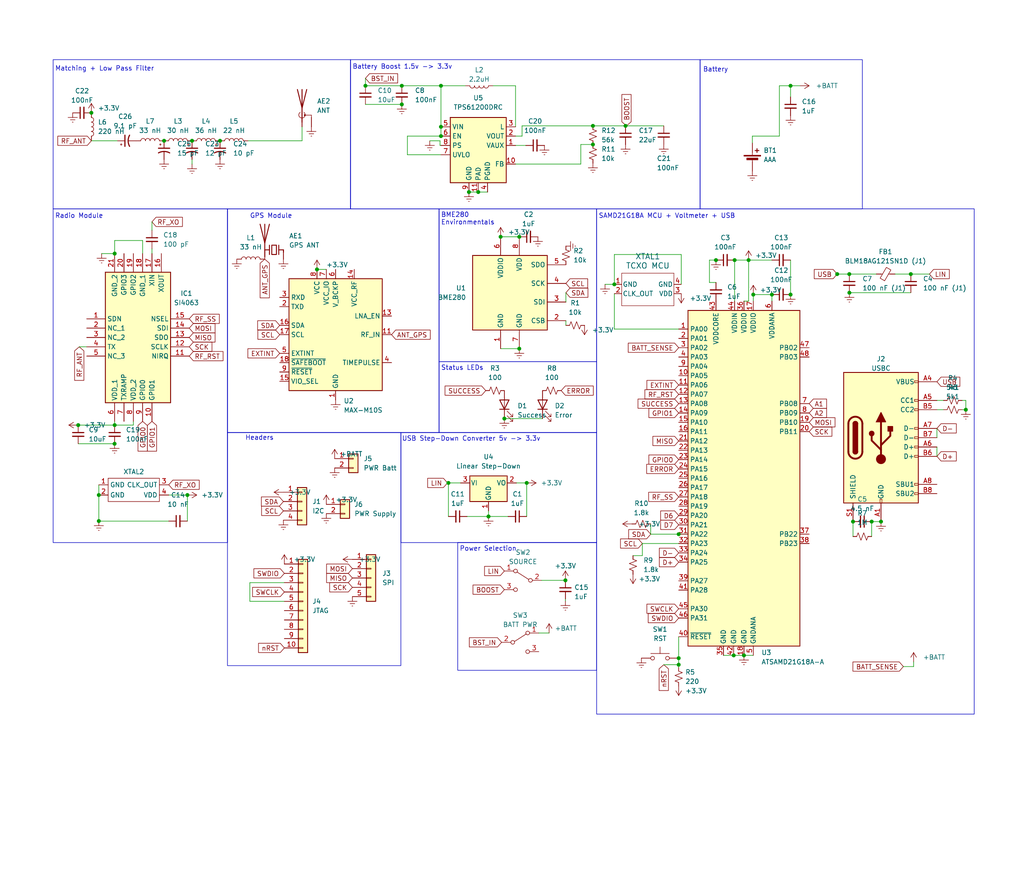
<source format=kicad_sch>
(kicad_sch (version 20230121) (generator eeschema)
  (paper "User" 278.994 240.005)
  (title_block (title "Tiny4FSK") (date "2024-01-25") (company "New England Weather Balloon Society") (comment 1 "The lightweight, tiny Horus Binary and LoRa HAB tracker"))
  (lib_symbols
    (symbol "+3.3V_1" (power) (pin_numbers hide) (pin_names (offset 0) hide)
      (property "Value" "+3.3V_1" (at 0 3.556 0))
      (symbol "+3.3V_1_1_1"
        (pin power_in line (at 0 0 90) (length 0) hide (name "+3.3V") (number "1"))
      )
    )
    (symbol "+3.3V_10" (power) (pin_numbers hide) (pin_names (offset 0) hide)
      (property "Value" "+3.3V_10" (at 0 3.556 0))
      (symbol "+3.3V_10_1_1"
        (pin power_in line (at 0 0 90) (length 0) hide (name "+3.3V") (number "1"))
      )
    )
    (symbol "+3.3V_12" (power) (pin_numbers hide) (pin_names (offset 0) hide)
      (property "Value" "+3.3V_12" (at 0 3.556 0))
      (symbol "+3.3V_12_1_1"
        (pin power_in line (at 0 0 90) (length 0) hide (name "+3.3V") (number "1"))
      )
    )
    (symbol "+3.3V_2" (power) (pin_numbers hide) (pin_names (offset 0) hide)
      (property "Value" "+3.3V_2" (at 0 3.556 0))
      (symbol "+3.3V_2_1_1"
        (pin power_in line (at 0 0 90) (length 0) hide (name "+3.3V") (number "1"))
      )
    )
    (symbol "+3.3V_3" (power) (pin_numbers hide) (pin_names (offset 0) hide)
      (property "Value" "+3.3V_3" (at 0 3.556 0))
      (symbol "+3.3V_3_1_1"
        (pin power_in line (at 0 0 90) (length 0) hide (name "+3.3V") (number "1"))
      )
    )
    (symbol "+3.3V_5" (power) (pin_numbers hide) (pin_names (offset 0) hide)
      (property "Value" "+3.3V_5" (at 0 3.556 0))
      (symbol "+3.3V_5_1_1"
        (pin power_in line (at 0 0 90) (length 0) hide (name "+3.3V") (number "1"))
      )
    )
    (symbol "+3.3V_6" (power) (pin_numbers hide) (pin_names (offset 0) hide)
      (property "Value" "+3.3V_6" (at 0 3.556 0))
      (symbol "+3.3V_6_1_1"
        (pin power_in line (at 0 0 90) (length 0) hide (name "+3.3V") (number "1"))
      )
    )
    (symbol "+3.3V_7" (power) (pin_numbers hide) (pin_names (offset 0) hide)
      (property "Value" "+3.3V_7" (at 0 3.556 0))
      (symbol "+3.3V_7_1_1"
        (pin power_in line (at 0 0 90) (length 0) hide (name "+3.3V") (number "1"))
      )
    )
    (symbol "+3.3V_8" (power) (pin_numbers hide) (pin_names (offset 0) hide)
      (property "Value" "+3.3V_8" (at 0 3.556 0))
      (symbol "+3.3V_8_1_1"
        (pin power_in line (at 0 0 90) (length 0) hide (name "+3.3V") (number "1"))
      )
    )
    (symbol "+3.3V_9" (power) (pin_numbers hide) (pin_names (offset 0) hide)
      (property "Value" "+3.3V_9" (at 0 3.556 0))
      (symbol "+3.3V_9_1_1"
        (pin power_in line (at 0 0 90) (length 0) hide (name "+3.3V") (number "1"))
      )
    )
    (symbol "+BATT_1" (power) (pin_numbers hide) (pin_names (offset 0) hide)
      (property "Value" "+BATT_1" (at 0 3.556 0))
      (symbol "+BATT_1_1_1"
        (pin power_in line (at 0 0 90) (length 0) hide (name "+BATT") (number "1"))
      )
    )
    (symbol "Battery_Cell_1" (pin_numbers hide) (pin_names (offset 0) hide)
      (property "Reference" "BT2" (at 3.048 3.1115 0))
      (property "Value" "AAA" (at 3.048 0.5715 0))
      (symbol "Battery_Cell_1_1_1"
        (pin passive line (at 0 5.08 270) (length 2.54) (name "+") (number "+"))
        (pin passive line (at 0 -2.54 90) (length 2.54) (name "-") (number "-"))
      )
    )
    (symbol "Connector:USB_C_Receptacle_USB2.0" (pin_names (offset 1.016))
      (property "Reference" "J" (at -10.16 19.05 0))
      (property "Value" "USB_C_Receptacle_USB2.0" (at 19.05 19.05 0))
      (symbol "USB_C_Receptacle_USB2.0_1_1"
        (pin passive line (at 0 -22.86 90) (length 5.08) (name "GND") (number "A1"))
        (pin passive line (at 0 -22.86 90) (length 5.08) hide (name "GND") (number "A12"))
        (pin passive line (at 15.24 15.24 180) (length 5.08) (name "VBUS") (number "A4"))
        (pin bidirectional line (at 15.24 10.16 180) (length 5.08) (name "CC1") (number "A5"))
        (pin bidirectional line (at 15.24 -2.54 180) (length 5.08) (name "D+") (number "A6"))
        (pin bidirectional line (at 15.24 2.54 180) (length 5.08) (name "D-") (number "A7"))
        (pin bidirectional line (at 15.24 -12.7 180) (length 5.08) (name "SBU1") (number "A8"))
        (pin passive line (at 15.24 15.24 180) (length 5.08) hide (name "VBUS") (number "A9"))
        (pin passive line (at 0 -22.86 90) (length 5.08) hide (name "GND") (number "B1"))
        (pin passive line (at 0 -22.86 90) (length 5.08) hide (name "GND") (number "B12"))
        (pin passive line (at 15.24 15.24 180) (length 5.08) hide (name "VBUS") (number "B4"))
        (pin bidirectional line (at 15.24 7.62 180) (length 5.08) (name "CC2") (number "B5"))
        (pin bidirectional line (at 15.24 -5.08 180) (length 5.08) (name "D+") (number "B6"))
        (pin bidirectional line (at 15.24 0 180) (length 5.08) (name "D-") (number "B7"))
        (pin bidirectional line (at 15.24 -15.24 180) (length 5.08) (name "SBU2") (number "B8"))
        (pin passive line (at 15.24 15.24 180) (length 5.08) hide (name "VBUS") (number "B9"))
        (pin passive line (at -7.62 -22.86 90) (length 5.08) (name "SHIELD") (number "S1"))
      )
    )
    (symbol "Connector_Generic:Conn_01x02" (pin_names (offset 1.016) hide)
      (property "Reference" "J" (at 0 2.54 0))
      (property "Value" "Conn_01x02" (at 0 -5.08 0))
      (symbol "Conn_01x02_1_1"
        (pin passive line (at -5.08 0 0) (length 3.81) (name "Pin_1") (number "1"))
        (pin passive line (at -5.08 -2.54 0) (length 3.81) (name "Pin_2") (number "2"))
      )
    )
    (symbol "Connector_Generic:Conn_01x04" (pin_names (offset 1.016) hide)
      (property "Reference" "J" (at 0 5.08 0))
      (property "Value" "Conn_01x04" (at 0 -7.62 0))
      (symbol "Conn_01x04_1_1"
        (pin passive line (at -5.08 2.54 0) (length 3.81) (name "Pin_1") (number "1"))
        (pin passive line (at -5.08 0 0) (length 3.81) (name "Pin_2") (number "2"))
        (pin passive line (at -5.08 -2.54 0) (length 3.81) (name "Pin_3") (number "3"))
        (pin passive line (at -5.08 -5.08 0) (length 3.81) (name "Pin_4") (number "4"))
      )
    )
    (symbol "Connector_Generic:Conn_01x05" (pin_names (offset 1.016) hide)
      (property "Reference" "J" (at 0 7.62 0))
      (property "Value" "Conn_01x05" (at 0 -7.62 0))
      (symbol "Conn_01x05_1_1"
        (pin passive line (at -5.08 5.08 0) (length 3.81) (name "Pin_1") (number "1"))
        (pin passive line (at -5.08 2.54 0) (length 3.81) (name "Pin_2") (number "2"))
        (pin passive line (at -5.08 0 0) (length 3.81) (name "Pin_3") (number "3"))
        (pin passive line (at -5.08 -2.54 0) (length 3.81) (name "Pin_4") (number "4"))
        (pin passive line (at -5.08 -5.08 0) (length 3.81) (name "Pin_5") (number "5"))
      )
    )
    (symbol "Connector_Generic:Conn_01x10" (pin_names (offset 1.016) hide)
      (property "Reference" "J" (at 0 12.7 0))
      (property "Value" "Conn_01x10" (at 0 -15.24 0))
      (symbol "Conn_01x10_1_1"
        (pin passive line (at -5.08 10.16 0) (length 3.81) (name "Pin_1") (number "1"))
        (pin passive line (at -5.08 -12.7 0) (length 3.81) (name "Pin_10") (number "10"))
        (pin passive line (at -5.08 7.62 0) (length 3.81) (name "Pin_2") (number "2"))
        (pin passive line (at -5.08 5.08 0) (length 3.81) (name "Pin_3") (number "3"))
        (pin passive line (at -5.08 2.54 0) (length 3.81) (name "Pin_4") (number "4"))
        (pin passive line (at -5.08 0 0) (length 3.81) (name "Pin_5") (number "5"))
        (pin passive line (at -5.08 -2.54 0) (length 3.81) (name "Pin_6") (number "6"))
        (pin passive line (at -5.08 -5.08 0) (length 3.81) (name "Pin_7") (number "7"))
        (pin passive line (at -5.08 -7.62 0) (length 3.81) (name "Pin_8") (number "8"))
        (pin passive line (at -5.08 -10.16 0) (length 3.81) (name "Pin_9") (number "9"))
      )
    )
    (symbol "Device:Antenna_Chip" (pin_numbers hide) (pin_names (offset 1.016) hide)
      (property "Reference" "AE" (at 0 5.08 0))
      (property "Value" "Antenna_Chip" (at 0 3.175 0))
      (symbol "Antenna_Chip_1_1"
        (pin input line (at -2.54 -2.54 90) (length 2.54) (name "FEED") (number "1"))
        (pin passive line (at 2.54 -2.54 90) (length 2.54) (name "PCB_Trace") (number "2"))
      )
    )
    (symbol "Device:Antenna_Shield" (pin_numbers hide) (pin_names (offset 1.016) hide)
      (property "Reference" "AE2" (at 4.064 1.905 0))
      (property "Value" "ANT" (at 4.064 -0.635 0))
      (symbol "Antenna_Shield_1_1"
        (pin input line (at 0 -5.08 90) (length 2.54) (name "RF") (number "1"))
        (pin input line (at 2.54 -5.08 90) (length 2.54) (name "Shield") (number "2"))
      )
    )
    (symbol "Device:C_Polarized_Small_US" (pin_numbers hide) (pin_names (offset 0.254) hide)
      (property "Reference" "C" (at 0.254 1.778 0))
      (property "Value" "C_Polarized_Small_US" (at 0.254 -2.032 0))
      (symbol "C_Polarized_Small_US_1_1"
        (pin passive line (at 0 2.54 270) (length 2.032) (name "~") (number "1"))
        (pin passive line (at 0 -2.54 90) (length 2.032) (name "~") (number "2"))
      )
    )
    (symbol "Device:C_Small" (pin_numbers hide) (pin_names (offset 0.254) hide)
      (property "Reference" "C" (at 0.254 1.778 0))
      (property "Value" "C_Small" (at 0.254 -2.032 0))
      (symbol "C_Small_1_1"
        (pin passive line (at 0 2.54 270) (length 2.032) (name "~") (number "1"))
        (pin passive line (at 0 -2.54 90) (length 2.032) (name "~") (number "2"))
      )
    )
    (symbol "Device:FerriteBead_Small" (pin_numbers hide) (pin_names (offset 0))
      (property "Reference" "FB" (at 1.905 1.27 0))
      (property "Value" "FerriteBead_Small" (at 1.905 -1.27 0))
      (symbol "FerriteBead_Small_1_1"
        (pin passive line (at 0 2.54 270) (length 1.27) (name "~") (number "1"))
        (pin passive line (at 0 -2.54 90) (length 1.27) (name "~") (number "2"))
      )
    )
    (symbol "Device:L" (pin_numbers hide) (pin_names (offset 1.016) hide)
      (property "Reference" "L" (at -1.27 0 90))
      (property "Value" "L" (at 1.905 0 90))
      (symbol "L_1_1"
        (pin passive line (at 0 3.81 270) (length 1.27) (name "1") (number "1"))
        (pin passive line (at 0 -3.81 90) (length 1.27) (name "2") (number "2"))
      )
    )
    (symbol "Device:LED" (pin_numbers hide) (pin_names (offset 1.016) hide)
      (property "Reference" "D" (at 0 2.54 0))
      (property "Value" "LED" (at 0 -2.54 0))
      (symbol "LED_1_1"
        (pin passive line (at -3.81 0 0) (length 2.54) (name "K") (number "1"))
        (pin passive line (at 3.81 0 180) (length 2.54) (name "A") (number "2"))
      )
    )
    (symbol "Device:R_Small_US" (pin_numbers hide) (pin_names (offset 0.254) hide)
      (property "Reference" "R" (at 0.762 0.508 0))
      (property "Value" "R_Small_US" (at 0.762 -1.016 0))
      (symbol "R_Small_US_1_1"
        (pin passive line (at 0 2.54 270) (length 1.016) (name "~") (number "1"))
        (pin passive line (at 0 -2.54 90) (length 1.016) (name "~") (number "2"))
      )
    )
    (symbol "Earth_1" (power) (pin_numbers hide) (pin_names (offset 0) hide)
      (symbol "Earth_1_1_1"
        (pin power_in line (at 0 0 270) (length 0) hide (name "Earth") (number "1"))
      )
    )
    (symbol "Earth_2" (power) (pin_numbers hide) (pin_names (offset 0) hide)
      (symbol "Earth_2_1_1"
        (pin power_in line (at 0 0 270) (length 0) hide (name "Earth") (number "1"))
      )
    )
    (symbol "Earth_3" (power) (pin_numbers hide) (pin_names (offset 0) hide)
      (symbol "Earth_3_1_1"
        (pin power_in line (at 0 0 270) (length 0) hide (name "Earth") (number "1"))
      )
    )
    (symbol "Earth_4" (power) (pin_numbers hide) (pin_names (offset 0) hide)
      (symbol "Earth_4_1_1"
        (pin power_in line (at 0 0 270) (length 0) hide (name "Earth") (number "1"))
      )
    )
    (symbol "MCU_Microchip_SAMD:ATSAMD21G18A-A"
      (property "Reference" "U4" (at 4.7341 -47.498 0))
      (property "Value" "ATSAMD21G18A-A" (at 4.7341 -50.038 0))
      (symbol "ATSAMD21G18A-A_1_1"
        (pin bidirectional line (at -17.78 40.64 0) (length 2.54) (name "PA00") (number "1"))
        (pin bidirectional line (at -17.78 27.94 0) (length 2.54) (name "PA05") (number "10"))
        (pin bidirectional line (at -17.78 25.4 0) (length 2.54) (name "PA06") (number "11"))
        (pin bidirectional line (at -17.78 22.86 0) (length 2.54) (name "PA07") (number "12"))
        (pin bidirectional line (at -17.78 20.32 0) (length 2.54) (name "PA08") (number "13"))
        (pin bidirectional line (at -17.78 17.78 0) (length 2.54) (name "PA09") (number "14"))
        (pin bidirectional line (at -17.78 15.24 0) (length 2.54) (name "PA10") (number "15"))
        (pin bidirectional line (at -17.78 12.7 0) (length 2.54) (name "PA11") (number "16"))
        (pin power_in line (at 2.54 48.26 270) (length 2.54) (name "VDDIO") (number "17"))
        (pin power_in line (at 0 -48.26 90) (length 2.54) (name "GND") (number "18"))
        (pin bidirectional line (at 17.78 15.24 180) (length 2.54) (name "PB10") (number "19"))
        (pin bidirectional line (at -17.78 38.1 0) (length 2.54) (name "PA01") (number "2"))
        (pin bidirectional line (at 17.78 12.7 180) (length 2.54) (name "PB11") (number "20"))
        (pin bidirectional line (at -17.78 10.16 0) (length 2.54) (name "PA12") (number "21"))
        (pin bidirectional line (at -17.78 7.62 0) (length 2.54) (name "PA13") (number "22"))
        (pin bidirectional line (at -17.78 5.08 0) (length 2.54) (name "PA14") (number "23"))
        (pin bidirectional line (at -17.78 2.54 0) (length 2.54) (name "PA15") (number "24"))
        (pin bidirectional line (at -17.78 0 0) (length 2.54) (name "PA16") (number "25"))
        (pin bidirectional line (at -17.78 -2.54 0) (length 2.54) (name "PA17") (number "26"))
        (pin bidirectional line (at -17.78 -5.08 0) (length 2.54) (name "PA18") (number "27"))
        (pin bidirectional line (at -17.78 -7.62 0) (length 2.54) (name "PA19") (number "28"))
        (pin bidirectional line (at -17.78 -10.16 0) (length 2.54) (name "PA20") (number "29"))
        (pin bidirectional line (at -17.78 35.56 0) (length 2.54) (name "PA02") (number "3"))
        (pin bidirectional line (at -17.78 -12.7 0) (length 2.54) (name "PA21") (number "30"))
        (pin bidirectional line (at -17.78 -15.24 0) (length 2.54) (name "PA22") (number "31"))
        (pin bidirectional line (at -17.78 -17.78 0) (length 2.54) (name "PA23") (number "32"))
        (pin bidirectional line (at -17.78 -20.32 0) (length 2.54) (name "PA24") (number "33"))
        (pin bidirectional line (at -17.78 -22.86 0) (length 2.54) (name "PA25") (number "34"))
        (pin power_in line (at -5.588 -48.26 90) (length 2.54) (name "GND") (number "35"))
        (pin power_in line (at 0 48.26 270) (length 2.54) (name "VDDIO") (number "36"))
        (pin bidirectional line (at 17.78 -15.24 180) (length 2.54) (name "PB22") (number "37"))
        (pin bidirectional line (at 17.78 -17.78 180) (length 2.54) (name "PB23") (number "38"))
        (pin bidirectional line (at -17.78 -27.94 0) (length 2.54) (name "PA27") (number "39"))
        (pin bidirectional line (at -17.78 33.02 0) (length 2.54) (name "PA03") (number "4"))
        (pin input line (at -17.78 -43.18 0) (length 2.54) (name "~{RESET}") (number "40"))
        (pin bidirectional line (at -17.78 -30.48 0) (length 2.54) (name "PA28") (number "41"))
        (pin power_in line (at -2.794 -48.26 90) (length 2.54) (name "GND") (number "42"))
        (pin power_out line (at -7.62 48.26 270) (length 2.54) (name "VDDCORE") (number "43"))
        (pin power_in line (at -2.54 48.26 270) (length 2.54) (name "VDDIN") (number "44"))
        (pin bidirectional line (at -17.78 -35.56 0) (length 2.54) (name "PA30") (number "45"))
        (pin bidirectional line (at -17.78 -38.1 0) (length 2.54) (name "PA31") (number "46"))
        (pin bidirectional line (at 17.78 35.56 180) (length 2.54) (name "PB02") (number "47"))
        (pin bidirectional line (at 17.78 33.02 180) (length 2.54) (name "PB03") (number "48"))
        (pin power_in line (at 2.54 -48.26 90) (length 2.54) (name "GNDANA") (number "5"))
        (pin power_in line (at 7.62 48.26 270) (length 2.54) (name "VDDANA") (number "6"))
        (pin bidirectional line (at 17.78 20.32 180) (length 2.54) (name "PB08") (number "7"))
        (pin bidirectional line (at 17.78 17.78 180) (length 2.54) (name "PB09") (number "8"))
        (pin bidirectional line (at -17.78 30.48 0) (length 2.54) (name "PA04") (number "9"))
      )
    )
    (symbol "RF_GPS:MAX-M10S"
      (property "Reference" "U" (at -10.16 16.51 0))
      (property "Value" "MAX-M10S" (at 11.43 16.51 0))
      (symbol "MAX-M10S_1_1"
        (pin power_in line (at 0 -17.78 90) (length 2.54) (name "GND") (number "1"))
        (pin passive line (at 0 -17.78 90) (length 2.54) hide (name "GND") (number "10"))
        (pin input line (at 15.24 0 180) (length 2.54) (name "RF_IN") (number "11"))
        (pin passive line (at 0 -17.78 90) (length 2.54) hide (name "GND") (number "12"))
        (pin output line (at 15.24 5.08 180) (length 2.54) (name "LNA_EN") (number "13"))
        (pin power_out line (at 5.08 17.78 270) (length 2.54) (name "VCC_RF") (number "14"))
        (pin input line (at -15.24 -12.7 0) (length 2.54) (name "VIO_SEL") (number "15"))
        (pin bidirectional line (at -15.24 2.54 0) (length 2.54) (name "SDA") (number "16"))
        (pin input line (at -15.24 0 0) (length 2.54) (name "SCL") (number "17"))
        (pin input line (at -15.24 -7.62 0) (length 2.54) (name "~{SAFEBOOT}") (number "18"))
        (pin output line (at -15.24 7.62 0) (length 2.54) (name "TXD") (number "2"))
        (pin input line (at -15.24 10.16 0) (length 2.54) (name "RXD") (number "3"))
        (pin output line (at 15.24 -7.62 180) (length 2.54) (name "TIMEPULSE") (number "4"))
        (pin input line (at -15.24 -5.08 0) (length 2.54) (name "EXTINT") (number "5"))
        (pin power_in line (at 0 17.78 270) (length 2.54) (name "V_BCKP") (number "6"))
        (pin power_in line (at -2.54 17.78 270) (length 2.54) (name "VCC_IO") (number "7"))
        (pin power_in line (at -5.08 17.78 270) (length 2.54) (name "VCC") (number "8"))
        (pin input line (at -15.24 -10.16 0) (length 2.54) (name "~{RESET}") (number "9"))
      )
    )
    (symbol "Regulator_Linear:MCP1700x-330xxTT" (pin_names (offset 0.254))
      (property "Reference" "U" (at -3.81 3.175 0))
      (property "Value" "MCP1700x-330xxTT" (at 0 3.175 0))
      (symbol "MCP1700x-330xxTT_1_1"
        (pin power_in line (at 0 -7.62 90) (length 2.54) (name "GND") (number "1"))
        (pin power_out line (at 7.62 0 180) (length 2.54) (name "VO") (number "2"))
        (pin power_in line (at -7.62 0 0) (length 2.54) (name "VI") (number "3"))
      )
    )
    (symbol "Regulator_Switching:TPS61200DRC"
      (property "Reference" "U" (at -10.16 8.89 0))
      (property "Value" "TPS61200DRC" (at -2.54 8.89 0))
      (symbol "TPS61200DRC_1_1"
        (pin bidirectional line (at 10.16 0 180) (length 2.54) (name "VAUX") (number "1"))
        (pin input line (at 10.16 -5.08 180) (length 2.54) (name "FB") (number "10"))
        (pin power_in line (at 0 -12.7 90) (length 2.54) (name "PAD") (number "11"))
        (pin power_out line (at 10.16 2.54 180) (length 2.54) (name "VOUT") (number "2"))
        (pin input line (at 10.16 5.08 180) (length 2.54) (name "L") (number "3"))
        (pin power_in line (at 2.54 -12.7 90) (length 2.54) (name "PGND") (number "4"))
        (pin power_in line (at -10.16 5.08 0) (length 2.54) (name "VIN") (number "5"))
        (pin input line (at -10.16 2.54 0) (length 2.54) (name "EN") (number "6"))
        (pin input line (at -10.16 -2.54 0) (length 2.54) (name "UVLO") (number "7"))
        (pin input line (at -10.16 0 0) (length 2.54) (name "PS") (number "8"))
        (pin power_in line (at -2.54 -12.7 90) (length 2.54) (name "GND") (number "9"))
      )
    )
    (symbol "SI4063:SI4063-C2A-GMR"
      (property "Reference" "IC" (at 24.13 17.78 0))
      (property "Value" "SI4063-C2A-GMR" (at 24.13 15.24 0))
      (symbol "SI4063-C2A-GMR_1_1"
        (pin passive line (at 0 0 0) (length 5.08) (name "SDN") (number "1"))
        (pin passive line (at 17.78 -27.94 90) (length 5.08) (name "GPIO1") (number "10"))
        (pin passive line (at 27.94 -10.16 180) (length 5.08) (name "NIRQ") (number "11"))
        (pin passive line (at 27.94 -7.62 180) (length 5.08) (name "SCLK") (number "12"))
        (pin passive line (at 27.94 -5.08 180) (length 5.08) (name "SDO") (number "13"))
        (pin passive line (at 27.94 -2.54 180) (length 5.08) (name "SDI") (number "14"))
        (pin passive line (at 27.94 0 180) (length 5.08) (name "NSEL") (number "15"))
        (pin passive line (at 20.32 17.78 270) (length 5.08) (name "XOUT") (number "16"))
        (pin passive line (at 17.78 17.78 270) (length 5.08) (name "XIN") (number "17"))
        (pin passive line (at 15.24 17.78 270) (length 5.08) (name "GND_1") (number "18"))
        (pin passive line (at 12.7 17.78 270) (length 5.08) (name "GPIO2") (number "19"))
        (pin passive line (at 0 -2.54 0) (length 5.08) (name "NC_1") (number "2"))
        (pin passive line (at 10.16 17.78 270) (length 5.08) (name "GPIO3") (number "20"))
        (pin passive line (at 7.62 17.78 270) (length 5.08) (name "GND_2") (number "21"))
        (pin passive line (at 0 -5.08 0) (length 5.08) (name "NC_2") (number "3"))
        (pin passive line (at 0 -7.62 0) (length 5.08) (name "TX") (number "4"))
        (pin passive line (at 0 -10.16 0) (length 5.08) (name "NC_3") (number "5"))
        (pin passive line (at 7.62 -27.94 90) (length 5.08) (name "VDD_1") (number "6"))
        (pin passive line (at 10.16 -27.94 90) (length 5.08) (name "TXRAMP") (number "7"))
        (pin passive line (at 12.7 -27.94 90) (length 5.08) (name "VDD_2") (number "8"))
        (pin passive line (at 15.24 -27.94 90) (length 5.08) (name "GPIO0") (number "9"))
      )
    )
    (symbol "Sensor:BME280"
      (property "Reference" "U" (at -8.89 11.43 0))
      (property "Value" "BME280" (at 7.62 11.43 0))
      (symbol "BME280_1_1"
        (pin power_in line (at -2.54 -15.24 90) (length 5.08) (name "GND") (number "1"))
        (pin input line (at 15.24 -7.62 180) (length 5.08) (name "CSB") (number "2"))
        (pin bidirectional line (at 15.24 -2.54 180) (length 5.08) (name "SDI") (number "3"))
        (pin input line (at 15.24 2.54 180) (length 5.08) (name "SCK") (number "4"))
        (pin bidirectional line (at 15.24 7.62 180) (length 5.08) (name "SDO") (number "5"))
        (pin power_in line (at -2.54 15.24 270) (length 5.08) (name "VDDIO") (number "6"))
        (pin power_in line (at 2.54 -15.24 90) (length 5.08) (name "GND") (number "7"))
        (pin power_in line (at 2.54 15.24 270) (length 5.08) (name "VDD") (number "8"))
      )
    )
    (symbol "Switch:SW_Push" (pin_numbers hide) (pin_names (offset 1.016) hide)
      (property "Reference" "SW" (at 1.27 2.54 0))
      (property "Value" "SW_Push" (at 0 -1.524 0))
      (symbol "SW_Push_0_1"
        (pin passive line (at -5.08 0 0) (length 2.54) (name "1") (number "1"))
        (pin passive line (at 5.08 0 180) (length 2.54) (name "2") (number "2"))
      )
    )
    (symbol "Switch:SW_SPDT" (pin_names (offset 0) hide)
      (property "Reference" "SW" (at 0 4.318 0))
      (property "Value" "SW_SPDT" (at 0 -5.08 0))
      (symbol "SW_SPDT_1_1"
        (pin passive line (at 5.08 2.54 180) (length 2.54) (name "A") (number "1"))
        (pin passive line (at -5.08 0 0) (length 2.54) (name "B") (number "2"))
        (pin passive line (at 5.08 -2.54 180) (length 2.54) (name "C") (number "3"))
      )
    )
    (symbol "TCXO:20CSMV4"
      (property "Reference" "XTAL" (at 0 0.508 0))
      (symbol "20CSMV4_1_1"
        (pin power_out line (at -11.684 -2.032 0) (length 2.54) (name "GND") (number "1"))
        (pin power_out line (at -11.684 -4.826 0) (length 2.54) (name "GND") (number "2"))
        (pin power_out line (at 7.366 -2.032 180) (length 2.54) (name "CLK_OUT") (number "3"))
        (pin power_in line (at 7.366 -4.826 180) (length 2.54) (name "VDD") (number "4"))
      )
    )
    (symbol "TCXO:SIT1552AI-JF-DCC-32.768D" (pin_names (offset 0.254))
      (property "Reference" "XTAL1" (at 22.86 9.398 0))
      (property "Value" "SIT1552AI-JF-DCC-32.768D" (at 22.86 6.858 0))
      (symbol "SIT1552AI-JF-DCC-32.768D_1_1"
        (pin power_out line (at 21.876 0 0) (length 2) (name "GND") (number "1"))
        (pin output line (at 21.876 -2.54 0) (length 2) (name "CLK_OUT") (number "2"))
        (pin power_in line (at 40.1 -2.54 180) (length 2) (name "VDD") (number "3"))
        (pin power_out line (at 40.1 0 180) (length 2) (name "GND") (number "4"))
      )
    )
    (symbol "power:+3.3V" (power) (pin_names (offset 0))
      (property "Value" "+3.3V" (at 0 3.556 0))
      (symbol "+3.3V_1_1"
        (pin power_in line (at 0 0 90) (length 0) hide (name "+3.3V") (number "1"))
      )
    )
    (symbol "power:+BATT" (power) (pin_names (offset 0))
      (property "Value" "+BATT" (at 0 3.556 0))
      (symbol "+BATT_1_1"
        (pin power_in line (at 0 0 90) (length 0) hide (name "+BATT") (number "1"))
      )
    )
  )
  (junction (at 237.49 142.113))
  (junction (at 210.312 80.264))
  (junction (at 136.398 64.516))
  (junction (at 205.232 80.264))
  (junction (at 31.242 69.088))
  (junction (at 231.394 74.676))
  (junction (at 127.762 52.324))
  (junction (at 263.144 111.633))
  (junction (at 31.242 115.824))
  (junction (at 31.2166 120.904))
  (junction (at 51.054 134.874))
  (junction (at 86.36 73.406))
  (junction (at 232.41 142.113))
  (junction (at 199.898 178.562))
  (junction (at 228.092 74.676))
  (junction (at 141.478 64.516))
  (junction (at 161.544 39.37))
  (junction (at 109.474 23.368))
  (junction (at 130.302 52.324))
  (junction (at 26.924 134.874))
  (junction (at 195.072 70.866))
  (junction (at 184.912 181.102))
  (junction (at 21.3106 115.824))
  (junction (at 44.704 38.354))
  (junction (at 184.912 179.324))
  (junction (at 122.174 131.572))
  (junction (at 137.414 114.046))
  (junction (at 109.474 28.448))
  (junction (at 24.892 30.734))
  (junction (at 202.692 178.562))
  (junction (at 99.568 23.368))
  (junction (at 141.478 94.996))
  (junction (at 248.158 74.676))
  (junction (at 154.051 158.115))
  (junction (at 26.924 141.9591))
  (junction (at 215.392 23.368))
  (junction (at 170.434 34.29))
  (junction (at 231.4213 79.756))
  (junction (at 120.142 37.084))
  (junction (at 59.944 38.354))
  (junction (at 133.096 140.716))
  (junction (at 184.912 145.542))
  (junction (at 120.142 34.544))
  (junction (at 120.142 23.368))
  (junction (at 200.152 70.866))
  (junction (at 161.544 34.29))
  (junction (at 203.962 70.866))
  (junction (at 240.03 142.113))
  (junction (at 52.324 38.354))
  (junction (at 143.51 131.572))
  (junction (at 215.392 80.264))
  (junction (at 167.386 77.47))
  (wire (pts (xy 147.574 158.115) (xy 154.051 158.115)))
  (wire (pts (xy 161.544 34.29) (xy 170.434 34.29)))
  (wire (pts (xy 31.2166 120.904) (xy 31.242 120.904)))
  (wire (pts (xy 136.398 94.996) (xy 141.478 94.996)))
  (wire (pts (xy 52.324 44.704) (xy 52.324 43.434)))
  (wire (pts (xy 127.762 52.324) (xy 130.302 52.324)))
  (wire (pts (xy 205.232 82.042) (xy 205.232 80.264)))
  (wire (pts (xy 215.392 23.368) (xy 212.344 23.368)))
  (wire (pts (xy 193.294 70.866) (xy 195.072 70.866)))
  (wire (pts (xy 195.072 76.962) (xy 193.294 76.962)))
  (wire (pts (xy 232.41 146.177) (xy 232.41 142.113)))
  (wire (pts (xy 193.294 76.962) (xy 193.294 70.866)))
  (wire (pts (xy 45.974 134.874) (xy 51.054 134.874)))
  (wire (pts (xy 120.142 23.368) (xy 126.746 23.368)))
  (wire (pts (xy 154.051 163.703) (xy 154.051 163.195)))
  (wire (pts (xy 202.692 178.562) (xy 205.232 178.562)))
  (wire (pts (xy 204.978 37.084) (xy 212.344 37.084)))
  (wire (pts (xy 110.998 37.084) (xy 110.998 42.164)))
  (wire (pts (xy 237.49 142.113) (xy 237.49 146.177)))
  (wire (pts (xy 110.998 37.084) (xy 120.142 37.084)))
  (wire (pts (xy 180.848 181.102) (xy 184.912 181.102)))
  (wire (pts (xy 227.838 74.676) (xy 228.092 74.676)))
  (wire (pts (xy 140.716 131.572) (xy 143.51 131.572)))
  (wire (pts (xy 140.462 34.544) (xy 140.462 23.368)))
  (wire (pts (xy 142.24 37.084) (xy 142.24 34.29)))
  (wire (pts (xy 215.392 70.866) (xy 215.392 80.264)))
  (wire (pts (xy 184.912 181.102) (xy 184.912 181.864)))
  (wire (pts (xy 119.888 38.354) (xy 119.888 39.624)))
  (wire (pts (xy 237.49 142.113) (xy 240.03 142.113)))
  (wire (pts (xy 217.932 23.368) (xy 215.392 23.368)))
  (wire (pts (xy 99.568 28.448) (xy 109.474 28.448)))
  (wire (pts (xy 158.242 39.37) (xy 161.544 39.37)))
  (wire (pts (xy 185.61 77.47) (xy 185.61 69.342)))
  (wire (pts (xy 185.61 69.342) (xy 167.386 69.342)))
  (wire (pts (xy 263.144 111.633) (xy 263.144 109.093)))
  (wire (pts (xy 41.402 60.452) (xy 41.402 62.738)))
  (wire (pts (xy 27.686 69.088) (xy 31.242 69.088)))
  (wire (pts (xy 177.292 142.748) (xy 177.292 145.542)))
  (wire (pts (xy 68.072 158.75) (xy 68.072 163.83)))
  (wire (pts (xy 263.144 109.093) (xy 262.128 109.093)))
  (wire (pts (xy 21.3106 115.824) (xy 31.242 115.824)))
  (wire (pts (xy 248.158 74.676) (xy 253.238 74.676)))
  (wire (pts (xy 140.462 39.624) (xy 143.256 39.624)))
  (wire (pts (xy 120.142 23.368) (xy 120.142 34.544)))
  (wire (pts (xy 122.174 131.572) (xy 125.476 131.572)))
  (wire (pts (xy 38.862 65.532) (xy 31.242 65.532)))
  (wire (pts (xy 26.924 134.874) (xy 26.924 141.9591)))
  (wire (pts (xy 246.126 181.61) (xy 248.92 181.61)))
  (wire (pts (xy 243.84 74.676) (xy 248.158 74.676)))
  (wire (pts (xy 154.178 88.646) (xy 154.178 87.376)))
  (wire (pts (xy 110.998 42.164) (xy 120.142 42.164)))
  (wire (pts (xy 231.4213 79.756) (xy 231.394 79.756)))
  (wire (pts (xy 205.232 80.264) (xy 210.312 80.264)))
  (wire (pts (xy 82.296 34.544) (xy 82.296 38.354)))
  (wire (pts (xy 140.462 23.368) (xy 134.366 23.368)))
  (wire (pts (xy 26.924 141.9591) (xy 26.924 141.986)))
  (wire (pts (xy 24.892 38.354) (xy 32.004 38.354)))
  (wire (pts (xy 210.312 80.264) (xy 210.312 82.042)))
  (wire (pts (xy 203.962 70.866) (xy 210.312 70.866)))
  (wire (pts (xy 204.978 37.084) (xy 204.978 38.989)))
  (wire (pts (xy 99.568 21.336) (xy 99.568 23.368)))
  (wire (pts (xy 26.924 132.08) (xy 26.924 134.874)))
  (wire (pts (xy 167.386 89.662) (xy 184.912 89.662)))
  (wire (pts (xy 154.178 79.756) (xy 154.178 82.296)))
  (wire (pts (xy 177.292 145.542) (xy 184.912 145.542)))
  (wire (pts (xy 147.828 114.046) (xy 137.414 114.046)))
  (wire (pts (xy 228.092 74.93) (xy 228.092 74.676)))
  (wire (pts (xy 167.386 69.342) (xy 167.386 77.47)))
  (wire (pts (xy 31.242 115.824) (xy 36.322 115.824)))
  (wire (pts (xy 184.912 179.324) (xy 184.912 181.102)))
  (wire (pts (xy 184.912 179.324) (xy 184.912 173.482)))
  (wire (pts (xy 228.092 74.93) (xy 227.838 74.93)))
  (wire (pts (xy 136.398 64.516) (xy 141.478 64.516)))
  (wire (pts (xy 67.564 38.354) (xy 82.296 38.354)))
  (wire (pts (xy 26.924 141.986) (xy 45.974 141.986)))
  (wire (pts (xy 200.152 70.866) (xy 200.152 82.042)))
  (wire (pts (xy 31.242 115.824) (xy 31.242 114.808)))
  (wire (pts (xy 197.104 178.562) (xy 199.898 178.562)))
  (wire (pts (xy 175.006 148.082) (xy 184.912 148.082)))
  (wire (pts (xy 51.054 134.874) (xy 51.054 141.986)))
  (wire (pts (xy 21.3106 120.904) (xy 31.2166 120.904)))
  (wire (pts (xy 175.006 151.384) (xy 172.466 151.384)))
  (wire (pts (xy 202.692 82.042) (xy 203.962 82.042)))
  (wire (pts (xy 68.072 163.83) (xy 77.47 163.83)))
  (wire (pts (xy 228.092 74.676) (xy 231.394 74.676)))
  (wire (pts (xy 77.47 158.75) (xy 68.072 158.75)))
  (wire (pts (xy 86.36 73.406) (xy 88.9 73.406)))
  (wire (pts (xy 41.402 67.818) (xy 41.402 69.088)))
  (wire (pts (xy 99.568 23.368) (xy 109.474 23.368)))
  (wire (pts (xy 127.254 140.716) (xy 133.096 140.716)))
  (wire (pts (xy 130.302 52.324) (xy 132.842 52.324)))
  (wire (pts (xy 200.152 70.866) (xy 203.962 70.866)))
  (wire (pts (xy 158.242 44.704) (xy 140.462 44.704)))
  (wire (pts (xy 199.898 178.562) (xy 202.692 178.562)))
  (wire (pts (xy 21.59 94.488) (xy 23.622 94.488)))
  (wire (pts (xy 133.096 140.716) (xy 138.43 140.716)))
  (wire (pts (xy 215.392 26.416) (xy 215.392 23.368)))
  (wire (pts (xy 140.462 37.084) (xy 142.24 37.084)))
  (wire (pts (xy 255.27 121.793) (xy 255.27 124.333)))
  (wire (pts (xy 164.846 77.47) (xy 167.386 77.47)))
  (wire (pts (xy 121.92 131.572) (xy 122.174 131.572)))
  (wire (pts (xy 158.242 39.37) (xy 158.242 44.704)))
  (wire (pts (xy 257.048 109.093) (xy 255.27 109.093)))
  (wire (pts (xy 31.242 65.532) (xy 31.242 69.088)))
  (wire (pts (xy 133.096 139.192) (xy 133.096 140.716)))
  (wire (pts (xy 203.962 70.866) (xy 203.962 82.042)))
  (wire (pts (xy 36.322 114.808) (xy 36.322 115.824)))
  (wire (pts (xy 38.862 69.088) (xy 38.862 65.532)))
  (wire (pts (xy 122.174 131.572) (xy 122.174 140.716)))
  (wire (pts (xy 119.888 39.624) (xy 120.142 39.624)))
  (wire (pts (xy 187.198 145.542) (xy 184.912 145.542)))
  (wire (pts (xy 170.434 34.29) (xy 180.848 34.29)))
  (wire (pts (xy 109.474 23.368) (xy 120.142 23.368)))
  (wire (pts (xy 142.24 34.29) (xy 161.544 34.29)))
  (wire (pts (xy 255.27 116.713) (xy 255.27 119.253)))
  (wire (pts (xy 227.838 74.93) (xy 227.838 74.676)))
  (wire (pts (xy 175.006 151.384) (xy 175.006 148.082)))
  (wire (pts (xy 248.158 79.756) (xy 231.4213 79.756)))
  (wire (pts (xy 117.094 38.354) (xy 119.888 38.354)))
  (wire (pts (xy 149.606 172.466) (xy 146.812 172.466)))
  (wire (pts (xy 248.92 180.34) (xy 248.92 181.61)))
  (wire (pts (xy 167.386 80.01) (xy 167.386 89.662)))
  (wire (pts (xy 257.048 111.633) (xy 255.27 111.633)))
  (wire (pts (xy 212.344 37.084) (xy 212.344 23.368)))
  (wire (pts (xy 231.394 74.676) (xy 238.76 74.676)))
  (wire (pts (xy 120.142 37.084) (xy 120.142 34.544)))
  (wire (pts (xy 263.144 111.633) (xy 262.128 111.633)))
  (wire (pts (xy 143.51 131.572) (xy 143.51 140.716)))
  (rectangle (start 61.976 117.856) (end 109.22 181.356))
  (rectangle (start 95.504 16.256) (end 190.754 56.896))
  (rectangle (start 162.56 56.896) (end 265.43 194.564))
  (rectangle (start 14.478 16.256) (end 95.504 56.896))
  (rectangle (start 190.754 16.256) (end 234.95 56.896))
  (rectangle (start 109.22 117.856) (end 162.56 147.828))
  (rectangle (start 119.634 98.552) (end 162.56 117.856))
  (rectangle (start 124.714 147.828) (end 162.56 182.626))
  (rectangle (start 61.976 56.896) (end 119.634 117.856))
  (rectangle (start 14.478 56.896) (end 61.976 147.828))
  (rectangle (start 119.634 56.896) (end 162.56 98.552))
  (text "GPS Module\n" (at 68.072 59.69 0) (effects (font (size 1.27 1.27)) (justify left bottom)))
  (text "Headers\n" (at 66.802 120.142 0) (effects (font (size 1.27 1.27)) (justify left bottom)))
  (text "Matching + Low Pass Filter\n" (at 14.986 19.558 0) (effects (font (size 1.27 1.27)) (justify left bottom)))
  (text "Power Selection\n" (at 125.222 150.368 0) (effects (font (size 1.27 1.27)) (justify left bottom)))
  (text "BME280\nEnvironmentals" (at 120.142 61.468 0) (effects (font (size 1.27 1.27)) (justify left bottom)))
  (text "Radio Module\n" (at 14.986 59.69 0) (effects (font (size 1.27 1.27)) (justify left bottom)))
  (text "SAMD21G18A MCU + Voltmeter + USB\n" (at 163.068 59.69 0) (effects (font (size 1.27 1.27)) (justify left bottom)))
  (text "Battery" (at 191.516 19.812 0) (effects (font (size 1.27 1.27)) (justify left bottom)))
  (text "Status LEDs\n" (at 120.142 101.092 0) (effects (font (size 1.27 1.27)) (justify left bottom)))
  (text "Battery Boost 1.5v -> 3.3v" (at 96.012 19.05 0) (effects (font (size 1.27 1.27)) (justify left bottom)))
  (text "USB Step-Down Converter 5v -> 3.3v\n" (at 109.474 120.396 0) (effects (font (size 1.27 1.27)) (justify left bottom)))
  (global_label "LIN" (shape input) (at 253.238 74.676 0) (property "Intersheetrefs" "${INTERSHEET_REFS}" (effects hide)))
  (global_label "RF_XO" (shape input) (at 41.402 60.452 0) (property "Intersheetrefs" "${INTERSHEET_REFS}" (effects hide)))
  (global_label "nRST" (shape input) (at 77.47 176.53 180) (property "Intersheetrefs" "${INTERSHEET_REFS}" (effects hide)))
  (global_label "GPIO0" (shape input) (at 38.862 114.808 270) (property "Intersheetrefs" "${INTERSHEET_REFS}" (effects hide)))
  (global_label "BATT_SENSE" (shape input) (at 184.912 94.742 180) (property "Intersheetrefs" "${INTERSHEET_REFS}" (effects hide)))
  (global_label "EXTINT" (shape input) (at 184.912 104.902 180) (property "Intersheetrefs" "${INTERSHEET_REFS}" (effects hide)))
  (global_label "SCL" (shape input) (at 76.2 91.186 180) (property "Intersheetrefs" "${INTERSHEET_REFS}" (effects hide)))
  (global_label "USB" (shape input) (at 255.27 104.013 0) (property "Intersheetrefs" "${INTERSHEET_REFS}" (effects hide)))
  (global_label "GPIO0" (shape input) (at 184.912 125.222 180) (property "Intersheetrefs" "${INTERSHEET_REFS}" (effects hide)))
  (global_label "RF_ANT" (shape input) (at 21.59 94.488 270) (property "Intersheetrefs" "${INTERSHEET_REFS}" (effects hide)))
  (global_label "SCL" (shape input) (at 77.216 139.192 180) (property "Intersheetrefs" "${INTERSHEET_REFS}" (effects hide)))
  (global_label "ANT_GPS" (shape input) (at 72.136 70.612 270) (property "Intersheetrefs" "${INTERSHEET_REFS}" (effects hide)))
  (global_label "D7" (shape input) (at 184.912 143.002 180) (property "Intersheetrefs" "${INTERSHEET_REFS}" (effects hide)))
  (global_label "SWDIO" (shape input) (at 184.912 168.402 180) (property "Intersheetrefs" "${INTERSHEET_REFS}" (effects hide)))
  (global_label "SUCCESS" (shape input) (at 132.334 106.426 180) (property "Intersheetrefs" "${INTERSHEET_REFS}" (effects hide)))
  (global_label "A2" (shape input) (at 220.472 112.522 0) (property "Intersheetrefs" "${INTERSHEET_REFS}" (effects hide)))
  (global_label "D6" (shape input) (at 184.912 140.462 180) (property "Intersheetrefs" "${INTERSHEET_REFS}" (effects hide)))
  (global_label "SWDIO" (shape input) (at 77.47 156.21 180) (property "Intersheetrefs" "${INTERSHEET_REFS}" (effects hide)))
  (global_label "USB" (shape input) (at 228.092 74.676 180) (property "Intersheetrefs" "${INTERSHEET_REFS}" (effects hide)))
  (global_label "D-" (shape input) (at 255.27 116.713 0) (property "Intersheetrefs" "${INTERSHEET_REFS}" (effects hide)))
  (global_label "D-" (shape input) (at 184.912 150.622 180) (property "Intersheetrefs" "${INTERSHEET_REFS}" (effects hide)))
  (global_label "SDA" (shape input) (at 177.292 145.542 180) (property "Intersheetrefs" "${INTERSHEET_REFS}" (effects hide)))
  (global_label "ANT_GPS" (shape input) (at 106.68 91.186 0) (property "Intersheetrefs" "${INTERSHEET_REFS}" (effects hide)))
  (global_label "BST_IN" (shape input) (at 136.652 175.006 180) (property "Intersheetrefs" "${INTERSHEET_REFS}" (effects hide)))
  (global_label "RF_XO" (shape input) (at 45.974 132.08 0) (property "Intersheetrefs" "${INTERSHEET_REFS}" (effects hide)))
  (global_label "MOSI" (shape input) (at 220.472 115.062 0) (property "Intersheetrefs" "${INTERSHEET_REFS}" (effects hide)))
  (global_label "D+" (shape input) (at 184.912 153.162 180) (property "Intersheetrefs" "${INTERSHEET_REFS}" (effects hide)))
  (global_label "EXTINT" (shape input) (at 76.2 96.266 180) (property "Intersheetrefs" "${INTERSHEET_REFS}" (effects hide)))
  (global_label "BOOST" (shape input) (at 137.414 160.655 180) (property "Intersheetrefs" "${INTERSHEET_REFS}" (effects hide)))
  (global_label "BATT_SENSE" (shape input) (at 246.126 181.61 180) (property "Intersheetrefs" "${INTERSHEET_REFS}" (effects hide)))
  (global_label "RF_RST" (shape input) (at 184.912 107.442 180) (property "Intersheetrefs" "${INTERSHEET_REFS}" (effects hide)))
  (global_label "SWCLK" (shape input) (at 184.912 165.862 180) (property "Intersheetrefs" "${INTERSHEET_REFS}" (effects hide)))
  (global_label "D+" (shape input) (at 255.27 124.333 0) (property "Intersheetrefs" "${INTERSHEET_REFS}" (effects hide)))
  (global_label "LIN" (shape input) (at 121.92 131.572 180) (property "Intersheetrefs" "${INTERSHEET_REFS}" (effects hide)))
  (global_label "BOOST" (shape input) (at 170.688 34.29 90) (property "Intersheetrefs" "${INTERSHEET_REFS}" (effects hide)))
  (global_label "SCK" (shape input) (at 51.562 94.488 0) (property "Intersheetrefs" "${INTERSHEET_REFS}" (effects hide)))
  (global_label "RF_SS" (shape input) (at 51.562 86.868 0) (property "Intersheetrefs" "${INTERSHEET_REFS}" (effects hide)))
  (global_label "SDA" (shape input) (at 77.216 136.652 180) (property "Intersheetrefs" "${INTERSHEET_REFS}" (effects hide)))
  (global_label "RF_RST" (shape input) (at 51.562 97.028 0) (property "Intersheetrefs" "${INTERSHEET_REFS}" (effects hide)))
  (global_label "SUCCESS" (shape input) (at 184.912 109.982 180) (property "Intersheetrefs" "${INTERSHEET_REFS}" (effects hide)))
  (global_label "GPIO1" (shape input) (at 184.912 112.522 180) (property "Intersheetrefs" "${INTERSHEET_REFS}" (effects hide)))
  (global_label "nRST" (shape input) (at 180.848 181.102 270) (property "Intersheetrefs" "${INTERSHEET_REFS}" (effects hide)))
  (global_label "SDA" (shape input) (at 154.178 79.756 0) (property "Intersheetrefs" "${INTERSHEET_REFS}" (effects hide)))
  (global_label "MISO" (shape input) (at 96.012 157.48 180) (property "Intersheetrefs" "${INTERSHEET_REFS}" (effects hide)))
  (global_label "A1" (shape input) (at 220.472 109.982 0) (property "Intersheetrefs" "${INTERSHEET_REFS}" (effects hide)))
  (global_label "BST_IN" (shape input) (at 99.568 21.336 0) (property "Intersheetrefs" "${INTERSHEET_REFS}" (effects hide)))
  (global_label "MISO" (shape input) (at 184.912 120.142 180) (property "Intersheetrefs" "${INTERSHEET_REFS}" (effects hide)))
  (global_label "MOSI" (shape input) (at 51.562 89.408 0) (property "Intersheetrefs" "${INTERSHEET_REFS}" (effects hide)))
  (global_label "SWCLK" (shape input) (at 77.47 161.29 180) (property "Intersheetrefs" "${INTERSHEET_REFS}" (effects hide)))
  (global_label "SCL" (shape input) (at 175.006 148.082 180) (property "Intersheetrefs" "${INTERSHEET_REFS}" (effects hide)))
  (global_label "ERROR" (shape input) (at 152.908 106.426 0) (property "Intersheetrefs" "${INTERSHEET_REFS}" (effects hide)))
  (global_label "SCK" (shape input) (at 96.012 160.02 180) (property "Intersheetrefs" "${INTERSHEET_REFS}" (effects hide)))
  (global_label "ERROR" (shape input) (at 184.912 127.762 180) (property "Intersheetrefs" "${INTERSHEET_REFS}" (effects hide)))
  (global_label "SCK" (shape input) (at 220.472 117.602 0) (property "Intersheetrefs" "${INTERSHEET_REFS}" (effects hide)))
  (global_label "LIN" (shape input) (at 137.414 155.575 180) (property "Intersheetrefs" "${INTERSHEET_REFS}" (effects hide)))
  (global_label "RF_ANT" (shape input) (at 24.892 38.354 180) (property "Intersheetrefs" "${INTERSHEET_REFS}" (effects hide)))
  (global_label "MISO" (shape input) (at 51.562 91.948 0) (property "Intersheetrefs" "${INTERSHEET_REFS}" (effects hide)))
  (global_label "SDA" (shape input) (at 76.2 88.646 180) (property "Intersheetrefs" "${INTERSHEET_REFS}" (effects hide)))
  (global_label "SCL" (shape input) (at 154.178 77.216 0) (property "Intersheetrefs" "${INTERSHEET_REFS}" (effects hide)))
  (global_label "MOSI" (shape input) (at 96.012 154.94 180) (property "Intersheetrefs" "${INTERSHEET_REFS}" (effects hide)))
  (global_label "GPIO1" (shape input) (at 41.402 114.808 270) (property "Intersheetrefs" "${INTERSHEET_REFS}" (effects hide)))
  (global_label "RF_SS" (shape input) (at 184.912 135.382 180) (property "Intersheetrefs" "${INTERSHEET_REFS}" (effects hide)))
  (symbol (lib_name "Earth_4") (lib_id "power:Earth") (at 215.392 80.264 0) (unit 1)
    (property "Reference" "#PWR047" (effects hide))
    (property "Value" "Earth" (effects hide))
  )
  (symbol (lib_id "Device:R_Small_US") (at 174.752 142.748 270) (unit 1)
    (property "Reference" "R10" (at 174.752 137.16 90))
    (property "Value" "1.8k" (at 174.752 139.7 90))
    (property "Footprint" "Resistor_SMD:R_0805_2012Metric_Pad1.20x1.40mm_HandSolder" (effects hide))
  )
  (symbol (lib_id "Device:C_Small") (at 140.97 140.716 270) (unit 1)
    (property "Reference" "C1" (at 140.9636 134.62 90))
    (property "Value" "1uF" (at 140.9636 137.16 90))
    (property "Footprint" "Capacitor_SMD:C_0805_2012Metric_Pad1.18x1.45mm_HandSolder" (effects hide))
  )
  (symbol (lib_id "Device:C_Polarized_Small_US") (at 52.324 40.894 0) (unit 1)
    (property "Reference" "C23" (at 55.88 39.1922 0) (effects (justify left)))
    (property "Value" "12 pF" (at 55.88 41.7322 0) (effects (justify left)))
    (property "Footprint" "Capacitor_SMD:C_0402_1005Metric_Pad0.74x0.62mm_HandSolder" (effects hide))
  )
  (symbol (lib_name "Earth_2") (lib_id "power:Earth") (at 88.9 139.954 0) (mirror y) (unit 1)
    (property "Reference" "#PWR013" (effects hide))
    (property "Value" "Earth" (effects hide))
  )
  (symbol (lib_id "Device:L") (at 130.556 23.368 270) (unit 1)
    (property "Reference" "L2" (at 130.556 19.05 90))
    (property "Value" "2.2uH" (at 130.556 21.59 90))
    (property "Footprint" "IND_CONT:LPS3015222MRB" (effects hide))
  )
  (symbol (lib_name "Earth_3") (lib_id "power:Earth") (at 161.544 44.45 0) (unit 1)
    (property "Reference" "#PWR032" (effects hide))
    (property "Value" "Earth" (effects hide))
  )
  (symbol (lib_name "+BATT_1") (lib_id "power:+BATT") (at 91.186 124.968 0) (unit 1)
    (property "Reference" "#PWR014" (effects hide))
    (property "Value" "+BATT" (at 92.71 123.698 0) (effects (justify left)))
  )
  (symbol (lib_id "Device:C_Small") (at 215.392 28.956 0) (unit 1)
    (property "Reference" "C16" (at 218.44 27.6923 0) (effects (justify left)))
    (property "Value" "1uF" (at 218.44 30.2323 0) (effects (justify left)))
    (property "Footprint" "Capacitor_SMD:C_0805_2012Metric_Pad1.18x1.45mm_HandSolder" (effects hide))
  )
  (symbol (lib_id "Device:C_Small") (at 231.394 77.216 0) (unit 1)
    (property "Reference" "C7" (at 234.95 75.9523 0) (effects (justify left)))
    (property "Value" "100 nF (J1)" (at 234.95 78.4923 0) (effects (justify left)))
    (property "Footprint" "Capacitor_SMD:C_0805_2012Metric_Pad1.18x1.45mm_HandSolder" (effects hide))
  )
  (symbol (lib_name "Earth_4") (lib_id "power:Earth") (at 263.144 111.633 0) (unit 1)
    (property "Reference" "#PWR065" (effects hide))
    (property "Value" "Earth" (effects hide))
  )
  (symbol (lib_id "power:+3.3V") (at 96.012 152.4 90) (mirror x) (unit 1)
    (property "Reference" "#PWR017" (effects hide))
    (property "Value" "+3.3V" (at 97.79 152.4 90) (effects (justify right)))
  )
  (symbol (lib_id "Device:R_Small_US") (at 234.95 146.177 90) (unit 1)
    (property "Reference" "R7" (at 234.95 139.827 90))
    (property "Value" "1M" (at 234.95 142.367 90))
    (property "Footprint" "Resistor_SMD:R_0805_2012Metric_Pad1.20x1.40mm_HandSolder" (effects hide))
  )
  (symbol (lib_id "Switch:SW_SPDT") (at 142.494 158.115 0) (mirror y) (unit 1)
    (property "Reference" "SW2" (at 142.494 150.495 0))
    (property "Value" "SOURCE" (at 142.494 153.035 0))
    (property "Footprint" "SlideSwitch:WS-SLSU_6p7x2p7_WRE" (effects hide))
  )
  (symbol (lib_id "Device:R_Small_US") (at 161.544 36.83 0) (unit 1)
    (property "Reference" "R12" (at 163.83 35.56 0) (effects (justify left)))
    (property "Value" "56k" (at 163.83 38.1 0) (effects (justify left)))
    (property "Footprint" "Resistor_SMD:R_0805_2012Metric_Pad1.20x1.40mm_HandSolder" (effects hide))
  )
  (symbol (lib_name "+3.3V_9") (lib_id "power:+3.3V") (at 172.466 156.464 180) (unit 1)
    (property "Reference" "#PWR036" (effects hide))
    (property "Value" "+3.3V" (at 173.99 157.734 0) (effects (justify right)))
  )
  (symbol (lib_id "Device:R_Small_US") (at 259.588 109.093 270) (unit 1)
    (property "Reference" "R4" (at 259.588 102.997 90))
    (property "Value" "5k1" (at 259.588 105.537 90))
    (property "Footprint" "Resistor_SMD:R_0805_2012Metric_Pad1.20x1.40mm_HandSolder" (effects hide))
  )
  (symbol (lib_id "Device:C_Small") (at 195.072 79.502 180) (unit 1)
    (property "Reference" "C6" (at 198.12 78.2256 0) (effects (justify right)))
    (property "Value" "1uF" (at 198.12 80.7656 0) (effects (justify right)))
    (property "Footprint" "Capacitor_SMD:C_0805_2012Metric_Pad1.18x1.45mm_HandSolder" (effects hide))
  )
  (symbol (lib_id "Device:R_Small_US") (at 161.544 41.91 0) (unit 1)
    (property "Reference" "R11" (at 163.83 40.64 0) (effects (justify left)))
    (property "Value" "10k" (at 163.83 43.18 0) (effects (justify left)))
    (property "Footprint" "Resistor_SMD:R_0805_2012Metric_Pad1.20x1.40mm_HandSolder" (effects hide))
  )
  (symbol (lib_id "Device:L") (at 40.894 38.354 90) (unit 1)
    (property "Reference" "L7" (at 40.894 33.02 90))
    (property "Value" "33 nH" (at 40.894 35.56 90))
    (property "Footprint" "Inductor_SMD:L_0402_1005Metric_Pad0.77x0.64mm_HandSolder" (effects hide))
  )
  (symbol (lib_name "Earth_4") (lib_id "power:Earth") (at 174.752 179.324 0) (unit 1)
    (property "Reference" "#PWR037" (effects hide))
    (property "Value" "Earth" (effects hide))
  )
  (symbol (lib_name "Earth_4") (lib_id "power:Earth") (at 154.178 67.056 90) (unit 1)
    (property "Reference" "#PWR030" (effects hide))
    (property "Value" "Earth" (effects hide))
  )
  (symbol (lib_id "Connector_Generic:Conn_01x05") (at 101.092 157.48 0) (unit 1)
    (property "Reference" "J3" (at 104.14 156.21 0) (effects (justify left)))
    (property "Value" "SPI" (at 104.14 158.75 0) (effects (justify left)))
    (property "Footprint" "Connector_PinHeader_1.00mm:PinHeader_1x05_P1.00mm_Vertical" (effects hide))
  )
  (symbol (lib_name "Earth_4") (lib_id "power:Earth") (at 141.478 94.996 0) (unit 1)
    (property "Reference" "#PWR025" (effects hide))
    (property "Value" "Earth" (effects hide))
  )
  (symbol (lib_name "+3.3V_9") (lib_id "power:+3.3V") (at 154.051 158.115 0) (mirror y) (unit 1)
    (property "Reference" "#PWR069" (effects hide))
    (property "Value" "+3.3V" (at 154.051 154.178 0))
  )
  (symbol (lib_id "Device:C_Small") (at 154.051 160.655 0) (unit 1)
    (property "Reference" "C15" (at 156.464 160.0263 0) (effects (justify left)))
    (property "Value" "1uF" (at 156.464 162.5663 0) (effects (justify left)))
    (property "Footprint" "Capacitor_SMD:C_0805_2012Metric_Pad1.18x1.45mm_HandSolder" (effects hide))
  )
  (symbol (lib_id "Connector_Generic:Conn_01x10") (at 82.55 163.83 0) (unit 1)
    (property "Reference" "J4" (at 85.09 163.83 0) (effects (justify left)))
    (property "Value" "JTAG" (at 85.09 166.37 0) (effects (justify left)))
    (property "Footprint" "Connector_PinHeader_1.00mm:PinHeader_1x10_P1.00mm_Vertical" (effects hide))
  )
  (symbol (lib_name "Earth_4") (lib_id "power:Earth") (at 164.846 77.47 0) (unit 1)
    (property "Reference" "#PWR033" (effects hide))
    (property "Value" "Earth" (effects hide))
  )
  (symbol (lib_id "Device:C_Small") (at 212.852 70.866 90) (unit 1)
    (property "Reference" "C13" (at 212.8583 64.77 90))
    (property "Value" "100nF" (at 212.8583 67.31 90))
    (property "Footprint" "Capacitor_SMD:C_0805_2012Metric_Pad1.18x1.45mm_HandSolder" (effects hide))
  )
  (symbol (lib_name "Earth_4") (lib_id "power:Earth") (at 202.692 178.562 0) (unit 1)
    (property "Reference" "#PWR043" (effects hide))
    (property "Value" "Earth" (effects hide))
  )
  (symbol (lib_id "power:+3.3V") (at 86.36 73.406 0) (unit 1)
    (property "Reference" "#PWR011" (effects hide))
    (property "Value" "+3.3V" (at 88.9 72.136 0) (effects (justify left)))
  )
  (symbol (lib_id "TCXO:SIT1552AI-JF-DCC-32.768D") (at 145.51 77.47 0) (unit 1)
    (property "Reference" "XTAL1" (at 176.498 69.85 0) (effects (font (size 1.524 1.524))))
    (property "Value" "TCXO MCU" (at 176.498 72.39 0) (effects (font (size 1.524 1.524))))
    (property "Footprint" "TCXO:BGA4_SiT1532_SIT" (effects hide))
    (property "Datasheet" "SIT1552AI-JF-DCC-32.768D" (effects hide))
  )
  (symbol (lib_id "Device:L") (at 63.754 38.354 90) (unit 1)
    (property "Reference" "L5" (at 63.754 33.02 90))
    (property "Value" "22 nH" (at 63.754 35.56 90))
    (property "Footprint" "Inductor_SMD:L_0402_1005Metric_Pad0.77x0.64mm_HandSolder" (effects hide))
  )
  (symbol (lib_id "Device:R_Small_US") (at 150.368 106.426 270) (unit 1)
    (property "Reference" "R8" (at 150.368 100.33 90))
    (property "Value" "100" (at 150.368 102.87 90))
    (property "Footprint" "Resistor_SMD:R_0805_2012Metric_Pad1.20x1.40mm_HandSolder" (effects hide))
  )
  (symbol (lib_name "Earth_4") (lib_id "power:Earth") (at 146.558 64.516 0) (unit 1)
    (property "Reference" "#PWR027" (effects hide))
    (property "Value" "Earth" (effects hide))
  )
  (symbol (lib_id "power:+3.3V") (at 77.216 134.112 90) (mirror x) (unit 1)
    (property "Reference" "#PWR07" (effects hide))
    (property "Value" "+3.3V" (at 78.74 134.112 90) (effects (justify right)))
  )
  (symbol (lib_name "+3.3V_2") (lib_id "power:+3.3V") (at 51.054 134.874 270) (unit 1)
    (property "Reference" "#PWR062" (effects hide))
    (property "Value" "+3.3V" (at 54.864 134.874 90) (effects (justify left)))
  )
  (symbol (lib_id "Sensor:BME280") (at 138.938 79.756 0) (unit 1)
    (property "Reference" "U1" (at 127 78.486 0) (effects (justify right)))
    (property "Value" "BME280" (at 127 81.026 0) (effects (justify right)))
    (property "Footprint" "Package_LGA:Bosch_LGA-8_2.5x2.5mm_P0.65mm_ClockwisePinNumbering" (effects hide))
    (property "Datasheet" "https://www.bosch-sensortec.com/media/boschsensortec/downloads/datasheets/bst-bme280-ds002.pdf" (effects hide))
  )
  (symbol (lib_id "Device:R_Small_US") (at 172.466 153.924 0) (unit 1)
    (property "Reference" "R9" (at 175.26 152.654 0) (effects (justify left)))
    (property "Value" "1.8k" (at 175.26 155.194 0) (effects (justify left)))
    (property "Footprint" "Resistor_SMD:R_0805_2012Metric_Pad1.20x1.40mm_HandSolder" (effects hide))
  )
  (symbol (lib_name "+BATT_1") (lib_id "power:+BATT") (at 149.606 172.466 0) (unit 1)
    (property "Reference" "#PWR029" (effects hide))
    (property "Value" "+BATT" (at 151.13 171.196 0) (effects (justify left)))
  )
  (symbol (lib_id "Device:L") (at 56.134 38.354 90) (unit 1)
    (property "Reference" "L4" (at 56.134 33.02 90))
    (property "Value" "36 nH" (at 56.134 35.56 90))
    (property "Footprint" "Inductor_SMD:L_0402_1005Metric_Pad0.77x0.64mm_HandSolder" (effects hide))
  )
  (symbol (lib_name "Earth_4") (lib_id "power:Earth") (at 170.434 39.37 0) (unit 1)
    (property "Reference" "#PWR034" (effects hide))
    (property "Value" "Earth" (effects hide))
  )
  (symbol (lib_id "Device:C_Small") (at 21.3106 118.364 0) (unit 1)
    (property "Reference" "C9" (at 24.13 117.1003 0) (effects (justify left)))
    (property "Value" "10uF" (at 24.13 119.6403 0) (effects (justify left)))
    (property "Footprint" "Capacitor_SMD:C_0805_2012Metric_Pad1.18x1.45mm_HandSolder" (effects hide))
  )
  (symbol (lib_name "Earth_4") (lib_id "power:Earth") (at 77.216 70.612 0) (mirror y) (unit 1)
    (property "Reference" "#PWR06" (effects hide))
    (property "Value" "Earth" (effects hide))
  )
  (symbol (lib_id "Connector:USB_C_Receptacle_USB2.0") (at 240.03 119.253 0) (unit 1)
    (property "Reference" "J2" (at 240.03 97.79 0))
    (property "Value" "USBC" (at 240.03 100.33 0))
    (property "Footprint" "Connector_USB:USB_C_Receptacle_GCT_USB4105-xx-A_16P_TopMnt_Horizontal" (effects hide))
    (property "Datasheet" "https://www.usb.org/sites/default/files/documents/usb_type-c.zip" (effects hide))
  )
  (symbol (lib_id "Switch:SW_Push") (at 179.832 179.324 0) (unit 1)
    (property "Reference" "SW1" (at 179.832 171.45 0))
    (property "Value" "RST" (at 179.832 173.99 0))
    (property "Footprint" "Button_Switch_SMD:SW_Tactile_SPST_NO_Straight_CK_PTS636Sx25SMTRLFS" (effects hide))
  )
  (symbol (lib_name "Earth_2") (lib_id "power:Earth") (at 137.414 114.046 0) (unit 1)
    (property "Reference" "#PWR024" (effects hide))
    (property "Value" "Earth" (effects hide))
  )
  (symbol (lib_name "Earth_2") (lib_id "power:Earth") (at 77.216 141.732 0) (mirror y) (unit 1)
    (property "Reference" "#PWR08" (effects hide))
    (property "Value" "Earth" (effects hide))
  )
  (symbol (lib_name "+3.3V_10") (lib_id "power:+3.3V") (at 136.398 64.516 0) (unit 1)
    (property "Reference" "#PWR023" (effects hide))
    (property "Value" "+3.3V" (at 138.43 63.246 0) (effects (justify left)))
  )
  (symbol (lib_id "Device:C_Polarized_Small_US") (at 59.944 40.894 0) (unit 1)
    (property "Reference" "C24" (at 63.5 39.1922 0) (effects (justify left)))
    (property "Value" "10 pF" (at 63.5 41.7322 0) (effects (justify left)))
    (property "Footprint" "Capacitor_SMD:C_0201_0603Metric_Pad0.64x0.40mm_HandSolder" (effects hide))
  )
  (symbol (lib_name "Earth_1") (lib_id "power:Earth") (at 44.704 43.434 0) (unit 1)
    (property "Reference" "#PWR066" (effects hide))
    (property "Value" "Earth" (effects hide))
  )
  (symbol (lib_id "Connector_Generic:Conn_01x02") (at 93.98 137.414 0) (unit 1)
    (property "Reference" "J6" (at 96.52 137.414 0) (effects (justify left)))
    (property "Value" "PWR Supply" (at 96.52 139.954 0) (effects (justify left)))
    (property "Footprint" "Connector_PinHeader_1.00mm:PinHeader_1x02_P1.00mm_Vertical" (effects hide))
  )
  (symbol (lib_name "+3.3V_8") (lib_id "power:+3.3V") (at 172.212 142.748 90) (unit 1)
    (property "Reference" "#PWR035" (effects hide))
    (property "Value" "+3.3V" (at 173.99 142.748 90) (effects (justify right)))
  )
  (symbol (lib_name "Earth_4") (lib_id "power:Earth") (at 180.848 39.37 0) (unit 1)
    (property "Reference" "#PWR038" (effects hide))
    (property "Value" "Earth" (effects hide))
  )
  (symbol (lib_id "Device:C_Small") (at 234.95 142.113 270) (unit 1)
    (property "Reference" "C5" (at 234.9436 136.017 90))
    (property "Value" "4.5 nF" (at 234.9436 138.557 90))
    (property "Footprint" "Capacitor_SMD:C_0805_2012Metric_Pad1.18x1.45mm_HandSolder" (effects hide))
  )
  (symbol (lib_name "+3.3V_5") (lib_id "power:+3.3V") (at 203.962 70.866 0) (unit 1)
    (property "Reference" "#PWR044" (effects hide))
    (property "Value" "+3.3V" (at 205.74 69.596 0) (effects (justify left)))
  )
  (symbol (lib_id "SI4063:SI4063-C2A-GMR") (at 23.622 86.868 0) (unit 1)
    (property "Reference" "IC1" (at 50.8 79.9399 0))
    (property "Value" "SI4063" (at 50.8 82.4799 0))
    (property "Footprint" "Package_DFN_QFN:QFN-20-1EP_4x4mm_P0.5mm_EP2.5x2.5mm_ThermalVias" (effects hide))
    (property "Datasheet" "https://www.silabs.com/documents/public/data-sheets/Si4063-60-C.pdf" (effects hide))
    (property "Height" "0.9" (effects hide))
    (property "Manufacturer_Name" "Silicon Labs" (effects hide))
    (property "Manufacturer_Part_Number" "SI4063-C2A-GMR" (effects hide))
    (property "Mouser Part Number" "634-SI4063-C2A-GMR" (effects hide))
    (property "Mouser Price/Stock" "https://www.mouser.co.uk/ProductDetail/Silicon-Labs/SI4063-C2A-GMR?qs=p9T7GgSe1IEo9kGzXb2%252Biw%3D%3D" (effects hide))
    (property "Arrow Part Number" "SI4063-C2A-GMR" (effects hide))
    (property "Arrow Price/Stock" "https://www.arrow.com/en/products/si4063-c2a-gmr/silicon-labs" (effects hide))
  )
  (symbol (lib_id "Device:R_Small_US") (at 156.718 88.646 270) (unit 1)
    (property "Reference" "R1" (at 156.718 82.55 90))
    (property "Value" "10k" (at 156.718 85.09 90))
    (property "Footprint" "Resistor_SMD:R_0805_2012Metric_Pad1.20x1.40mm_HandSolder" (effects hide))
  )
  (symbol (lib_name "+BATT_1") (lib_id "power:+BATT") (at 248.92 180.34 0) (unit 1)
    (property "Reference" "#PWR055" (effects hide))
    (property "Value" "+BATT" (at 251.46 179.07 0) (effects (justify left)))
  )
  (symbol (lib_name "Earth_3") (lib_id "power:Earth") (at 117.094 38.354 0) (unit 1)
    (property "Reference" "#PWR020" (effects hide))
    (property "Value" "Earth" (effects hide))
  )
  (symbol (lib_name "Earth_1") (lib_id "power:Earth") (at 52.324 44.704 0) (unit 1)
    (property "Reference" "#PWR04" (effects hide))
    (property "Value" "Earth" (effects hide))
  )
  (symbol (lib_id "Device:L") (at 24.892 34.544 0) (unit 1)
    (property "Reference" "L6" (at 26.67 33.274 0) (effects (justify left)))
    (property "Value" "220 nH" (at 26.67 35.814 0) (effects (justify left)))
    (property "Footprint" "Inductor_SMD:L_0603_1608Metric_Pad1.05x0.95mm_HandSolder" (effects hide))
  )
  (symbol (lib_name "Earth_4") (lib_id "power:Earth") (at 64.516 70.612 0) (unit 1)
    (property "Reference" "#PWR05" (effects hide))
    (property "Value" "Earth" (effects hide))
  )
  (symbol (lib_name "+3.3V_6") (lib_id "power:+3.3V") (at 185.61 80.01 180) (unit 1)
    (property "Reference" "#PWR040" (effects hide))
    (property "Value" "+3.3V" (at 187.896 81.28 0) (effects (justify right)))
  )
  (symbol (lib_id "Device:C_Small") (at 31.242 118.364 0) (unit 1)
    (property "Reference" "C19" (at 34.29 117.1003 0) (effects (justify left)))
    (property "Value" "100nF" (at 34.29 119.6403 0) (effects (justify left)))
    (property "Footprint" "Capacitor_SMD:C_0805_2012Metric_Pad1.18x1.45mm_HandSolder" (effects hide))
  )
  (symbol (lib_id "Device:FerriteBead_Small") (at 241.3 74.676 90) (unit 1)
    (property "Reference" "FB1" (at 241.2619 68.58 90))
    (property "Value" "BLM18AG121SN1D (J1)" (at 241.2619 71.12 90))
    (property "Footprint" "Resistor_SMD:R_0603_1608Metric_Pad0.98x0.95mm_HandSolder" (effects hide))
  )
  (symbol (lib_name "Earth_2") (lib_id "power:Earth") (at 204.978 46.609 0) (unit 1)
    (property "Reference" "#PWR041" (effects hide))
    (property "Value" "Earth" (effects hide))
  )
  (symbol (lib_name "+3.3V_1") (lib_id "power:+3.3V") (at 24.892 30.734 0) (unit 1)
    (property "Reference" "#PWR02" (effects hide))
    (property "Value" "+3.3V" (at 26.67 29.464 0) (effects (justify left)))
  )
  (symbol (lib_name "Earth_1") (lib_id "power:Earth") (at 59.944 43.434 0) (unit 1)
    (property "Reference" "#PWR064" (effects hide))
    (property "Value" "Earth" (effects hide))
  )
  (symbol (lib_name "Earth_1") (lib_id "power:Earth") (at 84.836 34.544 0) (unit 1)
    (property "Reference" "#PWR010" (effects hide))
    (property "Value" "Earth" (effects hide))
  )
  (symbol (lib_id "Device:C_Small") (at 41.402 65.278 0) (unit 1)
    (property "Reference" "C18" (at 44.45 64.0143 0) (effects (justify left)))
    (property "Value" "100 pF" (at 44.45 66.5543 0) (effects (justify left)))
    (property "Footprint" "Capacitor_SMD:C_0805_2012Metric_Pad1.18x1.45mm_HandSolder" (effects hide))
  )
  (symbol (lib_name "Earth_4") (lib_id "power:Earth") (at 240.03 142.113 0) (unit 1)
    (property "Reference" "#PWR03" (effects hide))
    (property "Value" "Earth" (effects hide))
  )
  (symbol (lib_id "Device:C_Small") (at 144.018 64.516 90) (unit 1)
    (property "Reference" "C2" (at 144.0243 58.42 90))
    (property "Value" "1uF" (at 144.0243 60.96 90))
    (property "Footprint" "Capacitor_SMD:C_0805_2012Metric_Pad1.18x1.45mm_HandSolder" (effects hide))
  )
  (symbol (lib_id "power:+3.3V") (at 143.51 131.572 270) (unit 1)
    (property "Reference" "#PWR026" (effects hide))
    (property "Value" "+3.3V" (at 147.32 131.572 90) (effects (justify left)))
  )
  (symbol (lib_id "Device:C_Small") (at 109.474 25.908 0) (unit 1)
    (property "Reference" "C8" (at 113.03 24.6443 0) (effects (justify left)))
    (property "Value" "100nF" (at 113.03 27.1843 0) (effects (justify left)))
    (property "Footprint" "Capacitor_SMD:C_0805_2012Metric_Pad1.18x1.45mm_HandSolder" (effects hide))
  )
  (symbol (lib_id "TCXO:20CSMV4") (at 38.608 130.048 0) (unit 1)
    (property "Reference" "XTAL2" (at 36.449 128.524 0))
    (property "Footprint" "TCXO:ECSTXO20CSMV4384AYTR" (effects hide))
  )
  (symbol (lib_id "Connector_Generic:Conn_01x04") (at 82.296 136.652 0) (unit 1)
    (property "Reference" "J1" (at 85.09 136.652 0) (effects (justify left)))
    (property "Value" "I2C" (at 85.09 139.192 0) (effects (justify left)))
    (property "Footprint" "Connector_PinHeader_1.00mm:PinHeader_1x04_P1.00mm_Vertical" (effects hide))
  )
  (symbol (lib_name "Earth_2") (lib_id "power:Earth") (at 96.012 162.56 0) (mirror y) (unit 1)
    (property "Reference" "#PWR018" (effects hide))
    (property "Value" "Earth" (effects hide))
  )
  (symbol (lib_id "power:+3.3V") (at 77.47 153.67 0) (unit 1)
    (property "Reference" "#PWR09" (effects hide))
    (property "Value" "+3.3V" (at 80.01 152.4 0) (effects (justify left)))
  )
  (symbol (lib_id "Device:R_Small_US") (at 134.874 106.426 270) (unit 1)
    (property "Reference" "R3" (at 134.874 100.33 90))
    (property "Value" "100" (at 134.874 102.87 90))
    (property "Footprint" "Resistor_SMD:R_0805_2012Metric_Pad1.20x1.40mm_HandSolder" (effects hide))
  )
  (symbol (lib_id "Device:C_Small") (at 170.434 36.83 0) (unit 1)
    (property "Reference" "C17" (at 173.99 35.5663 0) (effects (justify left)))
    (property "Value" "22uF" (at 173.99 38.1063 0) (effects (justify left)))
    (property "Footprint" "Capacitor_SMD:C_0805_2012Metric_Pad1.18x1.45mm_HandSolder" (effects hide))
  )
  (symbol (lib_name "Earth_2") (lib_id "power:Earth") (at 26.924 141.9591 0) (unit 1)
    (property "Reference" "#PWR063" (effects hide))
    (property "Value" "Earth" (effects hide))
  )
  (symbol (lib_name "Earth_4") (lib_id "power:Earth") (at 91.44 108.966 0) (unit 1)
    (property "Reference" "#PWR016" (effects hide))
    (property "Value" "Earth" (effects hide))
  )
  (symbol (lib_name "Earth_2") (lib_id "power:Earth") (at 215.392 31.496 0) (unit 1)
    (property "Reference" "#PWR046" (effects hide))
    (property "Value" "Earth" (effects hide))
  )
  (symbol (lib_id "Regulator_Switching:TPS61200DRC") (at 130.302 39.624 0) (unit 1)
    (property "Reference" "U5" (at 130.302 26.67 0))
    (property "Value" "TPS61200DRC" (at 130.302 29.21 0))
    (property "Footprint" "Package_SON:Texas_S-PVSON-N10_ThermalVias" (effects hide))
    (property "Datasheet" "http://www.ti.com/lit/ds/symlink/tps61200.pdf" (effects hide))
  )
  (symbol (lib_id "Device:C_Small") (at 124.714 140.716 270) (unit 1)
    (property "Reference" "C11" (at 124.7076 134.62 90))
    (property "Value" "1uF" (at 124.7076 137.16 90))
    (property "Footprint" "Capacitor_SMD:C_0805_2012Metric_Pad1.18x1.45mm_HandSolder" (effects hide))
  )
  (symbol (lib_id "Device:C_Polarized_Small_US") (at 44.704 40.894 0) (unit 1)
    (property "Reference" "C25" (at 48.26 39.1922 0) (effects (justify left)))
    (property "Value" "15 pF" (at 48.26 41.7322 0) (effects (justify left)))
    (property "Footprint" "Capacitor_SMD:C_0201_0603Metric_Pad0.64x0.40mm_HandSolder" (effects hide))
  )
  (symbol (lib_name "Earth_4") (lib_id "power:Earth") (at 195.072 70.866 0) (unit 1)
    (property "Reference" "#PWR042" (effects hide))
    (property "Value" "Earth" (effects hide))
  )
  (symbol (lib_name "Battery_Cell_1") (lib_id "Device:Battery_Cell") (at 204.978 44.069 0) (unit 1)
    (property "Reference" "BT1" (at 208.026 40.9575 0) (effects (justify left)))
    (property "Value" "AAA" (at 208.026 43.4975 0) (effects (justify left)))
    (property "Footprint" "BatteryExtended:BAT_BK-82" (effects hide))
  )
  (symbol (lib_name "+3.3V_12") (lib_id "power:+3.3V") (at 159.258 88.646 180) (unit 1)
    (property "Reference" "#PWR031" (effects hide))
    (property "Value" "+3.3V" (at 161.29 89.916 0) (effects (justify right)))
  )
  (symbol (lib_id "Device:R_Small_US") (at 259.588 111.633 270) (unit 1)
    (property "Reference" "R6" (at 259.588 105.537 90))
    (property "Value" "5k1" (at 259.588 108.077 90))
    (property "Footprint" "Resistor_SMD:R_0805_2012Metric_Pad1.20x1.40mm_HandSolder" (effects hide))
  )
  (symbol (lib_id "RF_GPS:MAX-M10S") (at 91.44 91.186 0) (unit 1)
    (property "Reference" "U2" (at 93.6341 109.22 0) (effects (justify left)))
    (property "Value" "MAX-M10S" (at 93.6341 111.76 0) (effects (justify left)))
    (property "Footprint" "RF_GPS:ublox_MAX" (effects hide))
    (property "Datasheet" "https://content.u-blox.com/sites/default/files/MAX-M10S_DataSheet_UBX-20035208.pdf" (effects hide))
  )
  (symbol (lib_id "Device:C_Small") (at 99.568 25.908 0) (unit 1)
    (property "Reference" "C10" (at 102.87 24.6443 0) (effects (justify left)))
    (property "Value" "10uF" (at 102.87 27.1843 0) (effects (justify left)))
    (property "Footprint" "Capacitor_SMD:C_0805_2012Metric_Pad1.18x1.45mm_HandSolder" (effects hide))
  )
  (symbol (lib_name "Earth_3") (lib_id "power:Earth") (at 148.336 39.624 0) (unit 1)
    (property "Reference" "#PWR028" (effects hide))
    (property "Value" "Earth" (effects hide))
  )
  (symbol (lib_id "Device:LED") (at 147.828 110.236 90) (unit 1)
    (property "Reference" "D2" (at 151.13 110.5535 90) (effects (justify right)))
    (property "Value" "Error" (at 151.13 113.0935 90) (effects (justify right)))
    (property "Footprint" "LED_SMD:LED_0805_2012Metric_Pad1.15x1.40mm_HandSolder" (effects hide))
  )
  (symbol (lib_id "Device:Antenna_Chip") (at 74.676 68.072 0) (mirror y) (unit 1)
    (property "Reference" "AE1" (at 78.74 64.262 0) (effects (justify right)))
    (property "Value" "GPS ANT" (at 78.74 66.802 0) (effects (justify right)))
    (property "Footprint" "Ant:GPS1003" (effects hide))
  )
  (symbol (lib_id "Device:C_Polarized_Small_US") (at 34.544 38.354 90) (unit 1)
    (property "Reference" "C26" (at 34.1122 31.75 90))
    (property "Value" "9.1 pF" (at 34.1122 34.29 90))
    (property "Footprint" "Capacitor_SMD:C_0402_1005Metric_Pad0.74x0.62mm_HandSolder" (effects hide))
  )
  (symbol (lib_id "Device:C_Small") (at 212.852 80.264 90) (unit 1)
    (property "Reference" "C12" (at 212.8583 73.66 90))
    (property "Value" "100nF" (at 212.8583 76.2 90))
    (property "Footprint" "Capacitor_SMD:C_0805_2012Metric_Pad1.18x1.45mm_HandSolder" (effects hide))
  )
  (symbol (lib_name "Earth_2") (lib_id "power:Earth") (at 27.686 69.088 0) (unit 1)
    (property "Reference" "#PWR01" (effects hide))
    (property "Value" "Earth" (effects hide))
  )
  (symbol (lib_id "power:+BATT") (at 217.932 23.368 270) (unit 1)
    (property "Reference" "#PWR048" (effects hide))
    (property "Value" "+BATT" (at 222.25 23.368 90) (effects (justify left)))
  )
  (symbol (lib_id "Device:L") (at 48.514 38.354 90) (unit 1)
    (property "Reference" "L3" (at 48.514 33.02 90))
    (property "Value" "30 nH" (at 48.514 35.56 90))
    (property "Footprint" "Inductor_SMD:L_0402_1005Metric_Pad0.77x0.64mm_HandSolder" (effects hide))
  )
  (symbol (lib_name "Earth_2") (lib_id "power:Earth") (at 154.051 163.703 0) (mirror y) (unit 1)
    (property "Reference" "#PWR072" (effects hide))
    (property "Value" "Earth" (effects hide))
  )
  (symbol (lib_name "+3.3V_3") (lib_id "power:+3.3V") (at 205.232 80.264 0) (unit 1)
    (property "Reference" "#PWR045" (effects hide))
    (property "Value" "+3.3V" (at 207.01 78.994 0) (effects (justify left)))
  )
  (symbol (lib_id "Device:C_Small") (at 197.612 70.866 90) (unit 1)
    (property "Reference" "C3" (at 197.6183 64.77 90))
    (property "Value" "100nF" (at 197.6183 67.31 90))
    (property "Footprint" "Capacitor_SMD:C_0805_2012Metric_Pad1.18x1.45mm_HandSolder" (effects hide))
  )
  (symbol (lib_id "Device:R_Small_US") (at 184.912 184.404 0) (unit 1)
    (property "Reference" "R5" (at 186.69 183.134 0) (effects (justify left)))
    (property "Value" "220" (at 186.69 185.674 0) (effects (justify left)))
    (property "Footprint" "Resistor_SMD:R_0805_2012Metric_Pad1.20x1.40mm_HandSolder" (effects hide))
  )
  (symbol (lib_id "Device:R_Small_US") (at 154.178 69.596 180) (unit 1)
    (property "Reference" "R2" (at 156.21 68.326 0) (effects (justify right)))
    (property "Value" "10k" (at 156.21 70.866 0) (effects (justify right)))
    (property "Footprint" "Resistor_SMD:R_0805_2012Metric_Pad1.20x1.40mm_HandSolder" (effects hide))
  )
  (symbol (lib_name "Earth_2") (lib_id "power:Earth") (at 91.186 127.508 0) (mirror y) (unit 1)
    (property "Reference" "#PWR015" (effects hide))
    (property "Value" "Earth" (effects hide))
  )
  (symbol (lib_id "Device:C_Small") (at 145.796 39.624 90) (unit 1)
    (property "Reference" "C20" (at 145.8023 33.02 90))
    (property "Value" "100nF" (at 145.8023 35.56 90))
    (property "Footprint" "Capacitor_SMD:C_0805_2012Metric_Pad1.18x1.45mm_HandSolder" (effects hide))
  )
  (symbol (lib_name "Earth_3") (lib_id "power:Earth") (at 127.762 52.324 0) (unit 1)
    (property "Reference" "#PWR021" (effects hide))
    (property "Value" "Earth" (effects hide))
  )
  (symbol (lib_name "Earth_2") (lib_id "power:Earth") (at 31.2166 120.904 0) (unit 1)
    (property "Reference" "#PWR070" (effects hide))
    (property "Value" "Earth" (effects hide))
  )
  (symbol (lib_id "Device:Antenna_Shield") (at 82.296 29.464 0) (unit 1)
    (property "Reference" "AE2" (at 86.36 27.559 0) (effects (justify left)))
    (property "Value" "ANT" (at 86.36 30.099 0) (effects (justify left)))
    (property "Footprint" "Ant:Antenna_Whip" (effects hide))
  )
  (symbol (lib_id "power:+3.3V") (at 21.3106 115.824 90) (unit 1)
    (property "Reference" "#PWR067" (effects hide))
    (property "Value" "+3.3V" (at 22.86 115.824 90) (effects (justify right)))
  )
  (symbol (lib_name "Earth_1") (lib_id "power:Earth") (at 19.812 30.734 0) (unit 1)
    (property "Reference" "#PWR054" (effects hide))
    (property "Value" "Earth" (effects hide))
  )
  (symbol (lib_name "Earth_2") (lib_id "power:Earth") (at 133.096 140.716 0) (unit 1)
    (property "Reference" "#PWR022" (effects hide))
    (property "Value" "Earth" (effects hide))
  )
  (symbol (lib_id "Regulator_Linear:MCP1700x-330xxTT") (at 133.096 131.572 0) (unit 1)
    (property "Reference" "U4" (at 133.096 124.46 0))
    (property "Value" "Linear Step-Down" (at 133.096 127 0))
    (property "Footprint" "Package_TO_SOT_SMD:SOT-89-3_Handsoldering" (effects hide))
    (property "Datasheet" "http://ww1.microchip.com/downloads/en/DeviceDoc/20001826D.pdf" (effects hide))
  )
  (symbol (lib_id "MCU_Microchip_SAMD:ATSAMD21G18A-A") (at 202.692 130.302 0) (unit 1)
    (property "Reference" "U3" (at 207.4261 177.8 0) (effects (justify left)))
    (property "Value" "ATSAMD21G18A-A" (at 207.4261 180.34 0) (effects (justify left)))
    (property "Footprint" "Package_QFP:TQFP-48_7x7mm_P0.5mm" (effects hide))
    (property "Datasheet" "http://ww1.microchip.com/downloads/en/DeviceDoc/SAM_D21_DA1_Family_Data%20Sheet_DS40001882E.pdf" (effects hide))
  )
  (symbol (lib_name "Earth_3") (lib_id "power:Earth") (at 109.474 28.448 0) (unit 1)
    (property "Reference" "#PWR019" (effects hide))
    (property "Value" "Earth" (effects hide))
  )
  (symbol (lib_id "Device:C_Small") (at 22.352 30.734 90) (unit 1)
    (property "Reference" "C22" (at 22.3583 24.765 90))
    (property "Value" "100nF" (at 22.3583 27.305 90))
    (property "Footprint" "Capacitor_SMD:C_0603_1608Metric_Pad1.08x0.95mm_HandSolder" (effects hide))
  )
  (symbol (lib_id "Device:LED") (at 137.414 110.236 90) (unit 1)
    (property "Reference" "D1" (at 140.97 110.5535 90) (effects (justify right)))
    (property "Value" "Success" (at 140.97 113.0935 90) (effects (justify right)))
    (property "Footprint" "LED_SMD:LED_0805_2012Metric_Pad1.15x1.40mm_HandSolder" (effects hide))
  )
  (symbol (lib_id "Device:C_Small") (at 180.848 36.83 0) (unit 1)
    (property "Reference" "C21" (at 178.943 43.18 0) (effects (justify left)))
    (property "Value" "100nF" (at 178.943 45.72 0) (effects (justify left)))
    (property "Footprint" "Capacitor_SMD:C_0805_2012Metric_Pad1.18x1.45mm_HandSolder" (effects hide))
  )
  (symbol (lib_name "+3.3V_7") (lib_id "power:+3.3V") (at 184.912 186.944 180) (unit 1)
    (property "Reference" "#PWR039" (effects hide))
    (property "Value" "+3.3V" (at 186.69 188.214 0) (effects (justify right)))
  )
  (symbol (lib_id "power:+3.3V") (at 88.9 137.414 0) (mirror y) (unit 1)
    (property "Reference" "#PWR012" (effects hide))
    (property "Value" "+3.3V" (at 91.44 136.144 0) (effects (justify right)))
  )
  (symbol (lib_id "Device:L") (at 68.326 70.612 90) (unit 1)
    (property "Reference" "L1" (at 68.326 64.77 90))
    (property "Value" "33 nH" (at 68.326 67.31 90))
    (property "Footprint" "Inductor_SMD:L_0402_1005Metric_Pad0.77x0.64mm_HandSolder" (effects hide))
  )
  (symbol (lib_id "Device:C_Small") (at 248.158 77.216 0) (unit 1)
    (property "Reference" "C4" (at 251.46 75.9523 0) (effects (justify left)))
    (property "Value" "100 nF (J1)" (at 251.46 78.4923 0) (effects (justify left)))
    (property "Footprint" "Capacitor_SMD:C_0805_2012Metric_Pad1.18x1.45mm_HandSolder" (effects hide))
  )
  (symbol (lib_id "Connector_Generic:Conn_01x02") (at 96.266 124.968 0) (unit 1)
    (property "Reference" "J5" (at 99.06 124.968 0) (effects (justify left)))
    (property "Value" "PWR Batt" (at 99.06 127.508 0) (effects (justify left)))
    (property "Footprint" "Connector_PinHeader_1.00mm:PinHeader_1x02_P1.00mm_Vertical" (effects hide))
  )
  (symbol (lib_id "Device:C_Small") (at 48.514 141.986 90) (unit 1)
    (property "Reference" "C14" (at 48.5203 134.874 90))
    (property "Value" "10 nF" (at 48.5203 137.414 90))
    (property "Footprint" "Capacitor_SMD:C_0805_2012Metric_Pad1.18x1.45mm_HandSolder" (effects hide))
  )
  (symbol (lib_id "Switch:SW_SPDT") (at 141.732 175.006 0) (unit 1)
    (property "Reference" "SW3" (at 141.732 167.64 0))
    (property "Value" "BATT PWR" (at 141.732 170.18 0))
    (property "Footprint" "SlideSwitch:WS-SLSU_6p7x2p7_WRE" (effects hide))
  )
  (symbol (lib_name "Earth_2") (lib_id "power:Earth") (at 231.4213 79.756 0) (unit 1)
    (property "Reference" "#PWR068" (effects hide))
    (property "Value" "Earth" (effects hide))
  )
)
</source>
